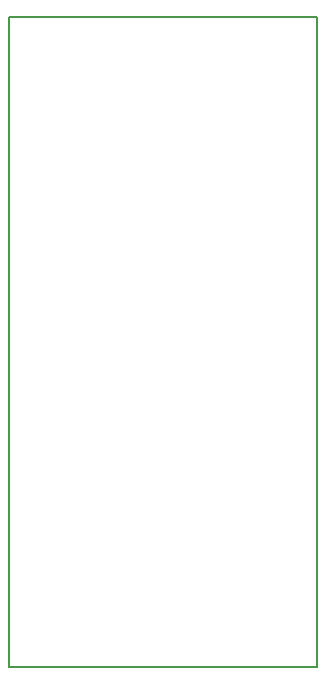
<source format=gm1>
G04 MADE WITH FRITZING*
G04 WWW.FRITZING.ORG*
G04 DOUBLE SIDED*
G04 HOLES PLATED*
G04 CONTOUR ON CENTER OF CONTOUR VECTOR*
%ASAXBY*%
%FSLAX23Y23*%
%MOIN*%
%OFA0B0*%
%SFA1.0B1.0*%
%ADD10R,1.034430X2.175570*%
%ADD11C,0.008000*%
%ADD10C,0.008*%
%LNCONTOUR*%
G90*
G70*
G54D10*
G54D11*
X4Y2172D02*
X1030Y2172D01*
X1030Y4D01*
X4Y4D01*
X4Y2172D01*
D02*
G04 End of contour*
M02*
</source>
